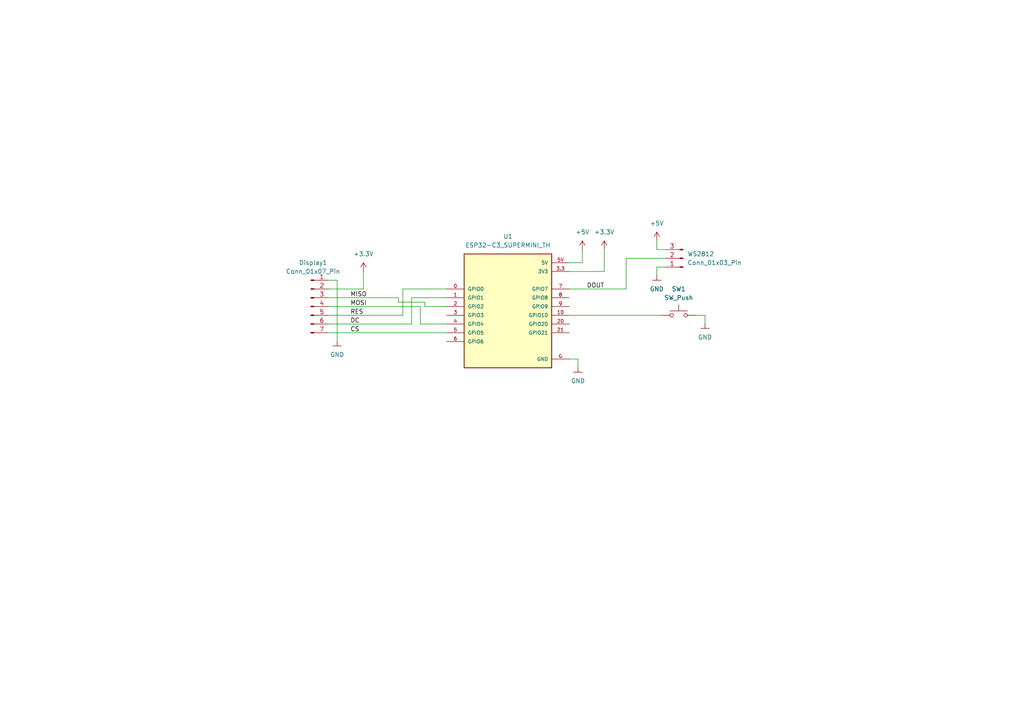
<source format=kicad_sch>
(kicad_sch (version 20250114) (generator "eeschema") (generator_version "9.0")
  (paper "A4")
  (lib_symbols
    (symbol "Connector:Conn_01x03_Pin" (pin_names (offset 1.016) (hide yes))
      (property "Reference" "J" (at 0 5.08 0))
      (property "Value" "Conn_01x03_Pin" (at 0 -5.08 0))
      (symbol "Conn_01x03_Pin_1_1"
        (rectangle (start 0.8636 2.667) (end 0 2.413) (stroke (width 0.1524)) (fill (type outline)))
        (rectangle (start 0.8636 0.127) (end 0 -0.127) (stroke (width 0.1524)) (fill (type outline)))
        (rectangle (start 0.8636 -2.413) (end 0 -2.667) (stroke (width 0.1524)) (fill (type outline)))
        (polyline (pts (xy 1.27 2.54) (xy 0.8636 2.54)) (stroke (width 0.1524)))
        (polyline (pts (xy 1.27 0) (xy 0.8636 0)) (stroke (width 0.1524)))
        (polyline (pts (xy 1.27 -2.54) (xy 0.8636 -2.54)) (stroke (width 0.1524)))
        (pin passive line (at 5.08 2.54 180) (length 3.81) (name "Pin_1") (number "1"))
        (pin passive line (at 5.08 0 180) (length 3.81) (name "Pin_2") (number "2"))
        (pin passive line (at 5.08 -2.54 180) (length 3.81) (name "Pin_3") (number "3"))
      )
    )
    (symbol "Connector:Conn_01x07_Pin" (pin_names (offset 1.016) (hide yes))
      (property "Reference" "J" (at 0 10.16 0))
      (property "Value" "Conn_01x07_Pin" (at 0 -10.16 0))
      (symbol "Conn_01x07_Pin_1_1"
        (rectangle (start 0.8636 7.747) (end 0 7.493) (stroke (width 0.1524)) (fill (type outline)))
        (rectangle (start 0.8636 5.207) (end 0 4.953) (stroke (width 0.1524)) (fill (type outline)))
        (rectangle (start 0.8636 2.667) (end 0 2.413) (stroke (width 0.1524)) (fill (type outline)))
        (rectangle (start 0.8636 0.127) (end 0 -0.127) (stroke (width 0.1524)) (fill (type outline)))
        (rectangle (start 0.8636 -2.413) (end 0 -2.667) (stroke (width 0.1524)) (fill (type outline)))
        (rectangle (start 0.8636 -4.953) (end 0 -5.207) (stroke (width 0.1524)) (fill (type outline)))
        (rectangle (start 0.8636 -7.493) (end 0 -7.747) (stroke (width 0.1524)) (fill (type outline)))
        (polyline (pts (xy 1.27 7.62) (xy 0.8636 7.62)) (stroke (width 0.1524)))
        (polyline (pts (xy 1.27 5.08) (xy 0.8636 5.08)) (stroke (width 0.1524)))
        (polyline (pts (xy 1.27 2.54) (xy 0.8636 2.54)) (stroke (width 0.1524)))
        (polyline (pts (xy 1.27 0) (xy 0.8636 0)) (stroke (width 0.1524)))
        (polyline (pts (xy 1.27 -2.54) (xy 0.8636 -2.54)) (stroke (width 0.1524)))
        (polyline (pts (xy 1.27 -5.08) (xy 0.8636 -5.08)) (stroke (width 0.1524)))
        (polyline (pts (xy 1.27 -7.62) (xy 0.8636 -7.62)) (stroke (width 0.1524)))
        (pin passive line (at 5.08 7.62 180) (length 3.81) (name "Pin_1") (number "1"))
        (pin passive line (at 5.08 5.08 180) (length 3.81) (name "Pin_2") (number "2"))
        (pin passive line (at 5.08 2.54 180) (length 3.81) (name "Pin_3") (number "3"))
        (pin passive line (at 5.08 0 180) (length 3.81) (name "Pin_4") (number "4"))
        (pin passive line (at 5.08 -2.54 180) (length 3.81) (name "Pin_5") (number "5"))
        (pin passive line (at 5.08 -5.08 180) (length 3.81) (name "Pin_6") (number "6"))
        (pin passive line (at 5.08 -7.62 180) (length 3.81) (name "Pin_7") (number "7"))
      )
    )
    (symbol "ESP32-C3_SUPERMINI_TH:ESP32-C3_SUPERMINI_TH" (pin_names (offset 1.016))
      (property "Reference" "U" (at -12.7 16.002 0))
      (property "Value" "ESP32-C3_SUPERMINI_TH" (at -12.7 -20.32 0))
      (symbol "ESP32-C3_SUPERMINI_TH_0_0"
        (rectangle (start -12.7 -17.78) (end 12.7 15.24) (stroke (width 0.254)) (fill (type background)))
        (pin bidirectional line (at -17.78 5.08 0) (length 5.08) (name "GPIO0") (number "0"))
        (pin bidirectional line (at -17.78 2.54 0) (length 5.08) (name "GPIO1") (number "1"))
        (pin bidirectional line (at -17.78 0 0) (length 5.08) (name "GPIO2") (number "2"))
        (pin bidirectional line (at -17.78 -2.54 0) (length 5.08) (name "GPIO3") (number "3"))
        (pin bidirectional line (at -17.78 -5.08 0) (length 5.08) (name "GPIO4") (number "4"))
        (pin bidirectional line (at -17.78 -7.62 0) (length 5.08) (name "GPIO5") (number "5"))
        (pin bidirectional line (at -17.78 -10.16 0) (length 5.08) (name "GPIO6") (number "6"))
        (pin power_in line (at 17.78 12.7 180) (length 5.08) (name "5V") (number "5V"))
        (pin power_in line (at 17.78 10.16 180) (length 5.08) (name "3V3") (number "3.3"))
        (pin bidirectional line (at 17.78 5.08 180) (length 5.08) (name "GPIO7") (number "7"))
        (pin bidirectional line (at 17.78 2.54 180) (length 5.08) (name "GPIO8") (number "8"))
        (pin bidirectional line (at 17.78 0 180) (length 5.08) (name "GPIO9") (number "9"))
        (pin bidirectional line (at 17.78 -2.54 180) (length 5.08) (name "GPIO10") (number "10"))
        (pin bidirectional line (at 17.78 -5.08 180) (length 5.08) (name "GPIO20") (number "20"))
        (pin bidirectional line (at 17.78 -7.62 180) (length 5.08) (name "GPIO21") (number "21"))
        (pin power_in line (at 17.78 -15.24 180) (length 5.08) (name "GND") (number "G"))
      )
    )
    (symbol "Switch:SW_Push" (pin_numbers (hide yes)) (pin_names (offset 1.016) (hide yes))
      (property "Reference" "SW" (at 1.27 2.54 0))
      (property "Value" "SW_Push" (at 0 -1.524 0))
      (symbol "SW_Push_0_1"
        (circle (center -2.032 0) (radius 0.508))
        (polyline (pts (xy 0 1.27) (xy 0 3.048)))
        (circle (center 2.032 0) (radius 0.508))
        (polyline (pts (xy 2.54 1.27) (xy -2.54 1.27)))
        (pin passive line (at -5.08 0 0) (length 2.54) (name "1") (number "1"))
        (pin passive line (at 5.08 0 180) (length 2.54) (name "2") (number "2"))
      )
    )
    (symbol "power_ehajo:+3.3V" (power) (pin_numbers (hide yes)) (pin_names (offset 0) (hide yes))
      (property "Value" "+3.3V" (at 0 3.556 0))
      (symbol "+3.3V_0_1"
        (polyline (pts (xy -0.762 1.27) (xy 0 2.54)))
        (polyline (pts (xy 0 2.54) (xy 0.762 1.27)))
        (polyline (pts (xy 0 0) (xy 0 2.54)))
      )
      (symbol "+3.3V_1_1"
        (pin power_in line (at 0 0 90) (length 0) (name "~") (number "1"))
      )
    )
    (symbol "power_ehajo:+5V" (power) (pin_numbers (hide yes)) (pin_names (offset 0) (hide yes))
      (property "Value" "+5V" (at 0 3.556 0))
      (symbol "+5V_0_1"
        (polyline (pts (xy -0.762 1.27) (xy 0 2.54)))
        (polyline (pts (xy 0 2.54) (xy 0.762 1.27)))
        (polyline (pts (xy 0 0) (xy 0 2.54)))
      )
      (symbol "+5V_1_1"
        (pin power_in line (at 0 0 90) (length 0) (name "~") (number "1"))
      )
    )
    (symbol "power_ehajo:GND" (power) (pin_numbers (hide yes)) (pin_names (offset 0) (hide yes))
      (property "Value" "GND" (at 0 -2.54 0))
      (symbol "GND_0_1"
        (polyline (pts (xy -1.27 -1.27) (xy 1.27 -1.27)))
        (polyline (pts (xy 0 0) (xy 0 -1.27) (xy 0 -1.27)))
      )
      (symbol "GND_1_1"
        (pin power_in line (at 0 0 270) (length 0) (name "~") (number "1"))
      )
    )
  )
  (wire (pts (xy 165.1 91.44) (xy 191.77 91.44)))
  (wire (pts (xy 95.25 86.36) (xy 115.57 86.36)))
  (wire (pts (xy 190.5 72.39) (xy 190.5 69.85)))
  (wire (pts (xy 115.57 87.63) (xy 123.19 87.63)))
  (wire (pts (xy 123.19 87.63) (xy 123.19 88.9)))
  (wire (pts (xy 165.1 83.82) (xy 181.61 83.82)))
  (wire (pts (xy 95.25 81.28) (xy 97.79 81.28)))
  (wire (pts (xy 116.84 91.44) (xy 116.84 83.82)))
  (wire (pts (xy 193.04 77.47) (xy 190.5 77.47)))
  (wire (pts (xy 115.57 86.36) (xy 115.57 87.63)))
  (wire (pts (xy 95.25 91.44) (xy 116.84 91.44)))
  (wire (pts (xy 181.61 83.82) (xy 181.61 74.93)))
  (wire (pts (xy 165.1 78.74) (xy 175.26 78.74)))
  (wire (pts (xy 119.38 93.98) (xy 119.38 86.36)))
  (wire (pts (xy 97.79 81.28) (xy 97.79 99.06)))
  (wire (pts (xy 181.61 74.93) (xy 193.04 74.93)))
  (wire (pts (xy 193.04 72.39) (xy 190.5 72.39)))
  (wire (pts (xy 95.25 88.9) (xy 121.92 88.9)))
  (wire (pts (xy 201.93 91.44) (xy 204.47 91.44)))
  (wire (pts (xy 175.26 78.74) (xy 175.26 72.39)))
  (wire (pts (xy 165.1 76.2) (xy 168.91 76.2)))
  (wire (pts (xy 121.92 88.9) (xy 121.92 93.98)))
  (wire (pts (xy 165.1 104.14) (xy 167.64 104.14)))
  (wire (pts (xy 95.25 93.98) (xy 119.38 93.98)))
  (wire (pts (xy 123.19 88.9) (xy 129.54 88.9)))
  (wire (pts (xy 95.25 96.52) (xy 129.54 96.52)))
  (wire (pts (xy 190.5 77.47) (xy 190.5 80.01)))
  (wire (pts (xy 95.25 83.82) (xy 105.41 83.82)))
  (wire (pts (xy 168.91 76.2) (xy 168.91 72.39)))
  (wire (pts (xy 121.92 93.98) (xy 129.54 93.98)))
  (wire (pts (xy 116.84 83.82) (xy 129.54 83.82)))
  (wire (pts (xy 105.41 83.82) (xy 105.41 78.74)))
  (wire (pts (xy 204.47 91.44) (xy 204.47 93.98)))
  (wire (pts (xy 167.64 104.14) (xy 167.64 106.68)))
  (wire (pts (xy 119.38 86.36) (xy 129.54 86.36)))
  (label "CS" (at 101.6 96.52 0))
  (label "DOUT" (at 170.18 83.82 0))
  (label "RES" (at 101.6 91.44 0))
  (label "MISO" (at 101.6 86.36 0))
  (label "DC" (at 101.6 93.98 0))
  (label "MOSI" (at 101.6 88.9 0))
  (symbol (lib_id "Switch:SW_Push") (at 196.85 91.44 0) (unit 1)
    (property "Reference" "SW1" (at 196.85 83.82 0))
    (property "Value" "SW_Push" (at 196.85 86.36 0))
    (property "Footprint" "Button_Switch_THT:SW_Tactile_SPST_Angled_PTS645Vx39-2LFS" (effects (hide yes)))
    (property "Description" "Push button switch, generic, two pins" (effects (hide yes)))
  )
  (symbol (lib_id "power_ehajo:+3.3V") (at 175.26 72.39 0) (unit 1)
    (property "Reference" "#PWR02" (effects (hide yes)))
    (property "Value" "+3.3V" (at 175.26 67.31 0))
    (property "Description" "Power symbol creates a global label with name \"+3.3V\"" (effects (hide yes)))
  )
  (symbol (lib_id "power_ehajo:GND") (at 204.47 93.98 0) (unit 1)
    (property "Reference" "#PWR06" (effects (hide yes)))
    (property "Value" "GND" (at 204.47 97.79 0))
    (property "Description" "Power symbol creates a global label with name \"GND\" , ground" (effects (hide yes)))
  )
  (symbol (lib_id "power_ehajo:+5V") (at 190.5 69.85 0) (unit 1)
    (property "Reference" "#PWR08" (effects (hide yes)))
    (property "Value" "+5V" (at 190.5 64.77 0))
    (property "Description" "Power symbol creates a global label with name \"+5V\"" (effects (hide yes)))
  )
  (symbol (lib_id "power_ehajo:GND") (at 190.5 80.01 0) (unit 1)
    (property "Reference" "#PWR07" (effects (hide yes)))
    (property "Value" "GND" (at 190.5 83.82 0))
    (property "Description" "Power symbol creates a global label with name \"GND\" , ground" (effects (hide yes)))
  )
  (symbol (lib_id "ESP32-C3_SUPERMINI_TH:ESP32-C3_SUPERMINI_TH") (at 147.32 88.9 0) (unit 1)
    (property "Reference" "U1" (at 147.32 68.58 0))
    (property "Value" "ESP32-C3_SUPERMINI_TH" (at 147.32 71.12 0))
    (property "Footprint" "ESP32-C3_SUPERMINI_TH:MODULE_ESP32-C3_SUPERMINI_SMD" (effects (hide yes)))
    (property "MF" "Espressif Systems" (effects (hide yes)))
    (property "Description_1" "Super tiny ESP32-C3 board" (effects (hide yes)))
    (property "CREATOR" "DIZAR" (effects (hide yes)))
    (property "Price" "None" (effects (hide yes)))
    (property "Package" "Package" (effects (hide yes)))
    (property "Check_prices" "https://www.snapeda.com/parts/ESP32-C3%20SuperMini_TH/Espressif+Systems/view-part/?ref=eda" (effects (hide yes)))
    (property "STANDARD" "IPC-7351B" (effects (hide yes)))
    (property "SnapEDA_Link" "https://www.snapeda.com/parts/ESP32-C3%20SuperMini_TH/Espressif+Systems/view-part/?ref=snap" (effects (hide yes)))
    (property "MP" "ESP32-C3 SuperMini_TH" (effects (hide yes)))
    (property "Availability" "Not in stock" (effects (hide yes)))
    (property "MANUFACTURER" "Espressif Systems" (effects (hide yes)))
  )
  (symbol (lib_id "Connector:Conn_01x03_Pin") (at 198.12 74.93 180) (unit 1)
    (property "Reference" "WS2812" (at 199.39 73.6599 0) (effects (justify right)))
    (property "Value" "Conn_01x03_Pin" (at 199.39 76.1999 0) (effects (justify right)))
    (property "Footprint" "Connector_PinHeader_2.54mm:PinHeader_1x03_P2.54mm_Vertical" (effects (hide yes)))
    (property "Description" "Generic connector, single row, 01x03, script generated" (effects (hide yes)))
  )
  (symbol (lib_id "power_ehajo:+5V") (at 168.91 72.39 0) (unit 1)
    (property "Reference" "#PWR01" (effects (hide yes)))
    (property "Value" "+5V" (at 168.91 67.31 0))
    (property "Description" "Power symbol creates a global label with name \"+5V\"" (effects (hide yes)))
  )
  (symbol (lib_id "Connector:Conn_01x07_Pin") (at 90.17 88.9 0) (unit 1)
    (property "Reference" "Display1" (at 90.805 76.2 0))
    (property "Value" "Conn_01x07_Pin" (at 90.805 78.74 0))
    (property "Footprint" "Connector_PinHeader_2.54mm:PinHeader_1x07_P2.54mm_Vertical" (effects (hide yes)))
    (property "Description" "Generic connector, single row, 01x07, script generated" (effects (hide yes)))
  )
  (symbol (lib_id "power_ehajo:GND") (at 97.79 99.06 0) (unit 1)
    (property "Reference" "#PWR05" (effects (hide yes)))
    (property "Value" "GND" (at 97.79 102.87 0))
    (property "Description" "Power symbol creates a global label with name \"GND\" , ground" (effects (hide yes)))
  )
  (symbol (lib_id "power_ehajo:+3.3V") (at 105.41 78.74 0) (unit 1)
    (property "Reference" "#PWR04" (effects (hide yes)))
    (property "Value" "+3.3V" (at 105.41 73.66 0))
    (property "Description" "Power symbol creates a global label with name \"+3.3V\"" (effects (hide yes)))
  )
  (symbol (lib_id "power_ehajo:GND") (at 167.64 106.68 0) (unit 1)
    (property "Reference" "#PWR03" (effects (hide yes)))
    (property "Value" "GND" (at 167.64 110.49 0))
    (property "Description" "Power symbol creates a global label with name \"GND\" , ground" (effects (hide yes)))
  )
)
</source>
